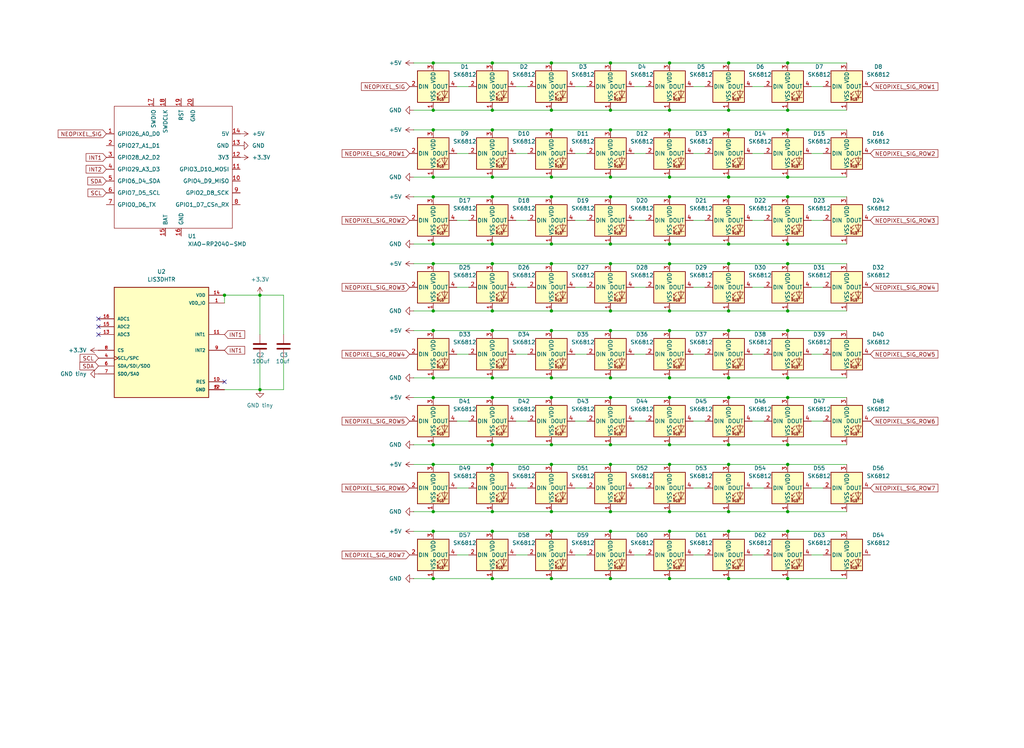
<source format=kicad_sch>
(kicad_sch (version 20250114) (generator "eeschema") (generator_version "9.0")
  (paper "User" 330.2 241.3)
  (title_block (title "PxlBoard Schematic") (rev "v0.1"))
  (junction (at 158.75 121.92))
  (junction (at 158.75 57.15))
  (junction (at 139.7 100.33))
  (junction (at 254 186.69))
  (junction (at 215.9 41.91))
  (junction (at 215.9 78.74))
  (junction (at 215.9 121.92))
  (junction (at 177.8 57.15))
  (junction (at 158.75 20.32))
  (junction (at 215.9 35.56))
  (junction (at 196.85 121.92))
  (junction (at 177.8 20.32))
  (junction (at 158.75 186.69))
  (junction (at 196.85 57.15))
  (junction (at 254 63.5))
  (junction (at 254 143.51))
  (junction (at 234.95 57.15))
  (junction (at 196.85 35.56))
  (junction (at 139.7 57.15))
  (junction (at 234.95 165.1))
  (junction (at 139.7 186.69))
  (junction (at 196.85 100.33))
  (junction (at 196.85 143.51))
  (junction (at 234.95 85.09))
  (junction (at 177.8 41.91))
  (junction (at 196.85 85.09))
  (junction (at 234.95 149.86))
  (junction (at 215.9 149.86))
  (junction (at 72.39 95.25))
  (junction (at 196.85 20.32))
  (junction (at 234.95 121.92))
  (junction (at 234.95 143.51))
  (junction (at 139.7 165.1))
  (junction (at 158.75 149.86))
  (junction (at 215.9 143.51))
  (junction (at 196.85 149.86))
  (junction (at 215.9 57.15))
  (junction (at 158.75 100.33))
  (junction (at 254 85.09))
  (junction (at 215.9 186.69))
  (junction (at 234.95 106.68))
  (junction (at 139.7 78.74))
  (junction (at 177.8 121.92))
  (junction (at 158.75 128.27))
  (junction (at 234.95 63.5))
  (junction (at 139.7 85.09))
  (junction (at 234.95 35.56))
  (junction (at 254 41.91))
  (junction (at 196.85 171.45))
  (junction (at 158.75 63.5))
  (junction (at 177.8 171.45))
  (junction (at 139.7 63.5))
  (junction (at 196.85 78.74))
  (junction (at 177.8 63.5))
  (junction (at 83.82 95.25))
  (junction (at 139.7 20.32))
  (junction (at 158.75 78.74))
  (junction (at 254 121.92))
  (junction (at 158.75 85.09))
  (junction (at 254 106.68))
  (junction (at 254 35.56))
  (junction (at 215.9 106.68))
  (junction (at 254 165.1))
  (junction (at 139.7 121.92))
  (junction (at 215.9 85.09))
  (junction (at 215.9 63.5))
  (junction (at 215.9 171.45))
  (junction (at 177.8 100.33))
  (junction (at 177.8 85.09))
  (junction (at 215.9 128.27))
  (junction (at 139.7 41.91))
  (junction (at 177.8 143.51))
  (junction (at 234.95 128.27))
  (junction (at 139.7 35.56))
  (junction (at 254 171.45))
  (junction (at 177.8 165.1))
  (junction (at 177.8 149.86))
  (junction (at 254 100.33))
  (junction (at 158.75 106.68))
  (junction (at 254 78.74))
  (junction (at 234.95 20.32))
  (junction (at 196.85 128.27))
  (junction (at 234.95 100.33))
  (junction (at 196.85 41.91))
  (junction (at 139.7 128.27))
  (junction (at 83.82 125.73))
  (junction (at 215.9 20.32))
  (junction (at 177.8 128.27))
  (junction (at 177.8 186.69))
  (junction (at 139.7 149.86))
  (junction (at 234.95 186.69))
  (junction (at 196.85 106.68))
  (junction (at 196.85 165.1))
  (junction (at 177.8 78.74))
  (junction (at 196.85 186.69))
  (junction (at 196.85 63.5))
  (junction (at 158.75 35.56))
  (junction (at 158.75 165.1))
  (junction (at 215.9 100.33))
  (junction (at 254 20.32))
  (junction (at 177.8 35.56))
  (junction (at 177.8 106.68))
  (junction (at 254 149.86))
  (junction (at 254 128.27))
  (junction (at 139.7 171.45))
  (junction (at 139.7 143.51))
  (junction (at 215.9 165.1))
  (junction (at 139.7 106.68))
  (junction (at 254 57.15))
  (junction (at 158.75 41.91))
  (junction (at 234.95 78.74))
  (junction (at 234.95 41.91))
  (junction (at 158.75 171.45))
  (junction (at 158.75 143.51))
  (junction (at 234.95 171.45))
  (no_connect (at 72.39 123.19))
  (no_connect (at 31.75 105.41))
  (no_connect (at 31.75 102.87))
  (no_connect (at 31.75 107.95))
  (wire (pts (xy 158.75 143.51) (xy 177.8 143.51)))
  (wire (pts (xy 254 143.51) (xy 273.05 143.51)))
  (wire (pts (xy 185.42 114.3) (xy 189.23 114.3)))
  (wire (pts (xy 215.9 41.91) (xy 234.95 41.91)))
  (wire (pts (xy 215.9 63.5) (xy 234.95 63.5)))
  (wire (pts (xy 204.47 27.94) (xy 208.28 27.94)))
  (wire (pts (xy 177.8 100.33) (xy 196.85 100.33)))
  (wire (pts (xy 158.75 85.09) (xy 177.8 85.09)))
  (wire (pts (xy 158.75 63.5) (xy 177.8 63.5)))
  (wire (pts (xy 158.75 186.69) (xy 177.8 186.69)))
  (wire (pts (xy 147.32 27.94) (xy 151.13 27.94)))
  (wire (pts (xy 185.42 157.48) (xy 189.23 157.48)))
  (wire (pts (xy 133.35 41.91) (xy 139.7 41.91)))
  (wire (pts (xy 215.9 100.33) (xy 234.95 100.33)))
  (wire (pts (xy 254 41.91) (xy 273.05 41.91)))
  (wire (pts (xy 234.95 171.45) (xy 254 171.45)))
  (wire (pts (xy 177.8 106.68) (xy 196.85 106.68)))
  (wire (pts (xy 204.47 179.07) (xy 208.28 179.07)))
  (wire (pts (xy 254 186.69) (xy 273.05 186.69)))
  (wire (pts (xy 139.7 121.92) (xy 158.75 121.92)))
  (wire (pts (xy 185.42 27.94) (xy 189.23 27.94)))
  (wire (pts (xy 254 63.5) (xy 273.05 63.5)))
  (wire (pts (xy 158.75 128.27) (xy 177.8 128.27)))
  (wire (pts (xy 242.57 49.53) (xy 246.38 49.53)))
  (wire (pts (xy 177.8 171.45) (xy 196.85 171.45)))
  (wire (pts (xy 72.39 95.25) (xy 72.39 97.79)))
  (wire (pts (xy 254 171.45) (xy 273.05 171.45)))
  (wire (pts (xy 215.9 149.86) (xy 234.95 149.86)))
  (wire (pts (xy 158.75 100.33) (xy 177.8 100.33)))
  (wire (pts (xy 166.37 179.07) (xy 170.18 179.07)))
  (wire (pts (xy 242.57 92.71) (xy 246.38 92.71)))
  (wire (pts (xy 139.7 35.56) (xy 158.75 35.56)))
  (wire (pts (xy 223.52 114.3) (xy 227.33 114.3)))
  (wire (pts (xy 177.8 149.86) (xy 196.85 149.86)))
  (wire (pts (xy 254 78.74) (xy 273.05 78.74)))
  (wire (pts (xy 234.95 35.56) (xy 254 35.56)))
  (wire (pts (xy 196.85 20.32) (xy 215.9 20.32)))
  (wire (pts (xy 139.7 100.33) (xy 158.75 100.33)))
  (wire (pts (xy 147.32 92.71) (xy 151.13 92.71)))
  (wire (pts (xy 72.39 95.25) (xy 83.82 95.25)))
  (wire (pts (xy 139.7 165.1) (xy 158.75 165.1)))
  (wire (pts (xy 254 85.09) (xy 273.05 85.09)))
  (wire (pts (xy 234.95 149.86) (xy 254 149.86)))
  (wire (pts (xy 139.7 63.5) (xy 158.75 63.5)))
  (wire (pts (xy 166.37 27.94) (xy 170.18 27.94)))
  (wire (pts (xy 261.62 49.53) (xy 265.43 49.53)))
  (wire (pts (xy 147.32 114.3) (xy 151.13 114.3)))
  (wire (pts (xy 196.85 149.86) (xy 215.9 149.86)))
  (wire (pts (xy 177.8 186.69) (xy 196.85 186.69)))
  (wire (pts (xy 223.52 157.48) (xy 227.33 157.48)))
  (wire (pts (xy 147.32 49.53) (xy 151.13 49.53)))
  (wire (pts (xy 242.57 71.12) (xy 246.38 71.12)))
  (wire (pts (xy 177.8 20.32) (xy 196.85 20.32)))
  (wire (pts (xy 196.85 35.56) (xy 215.9 35.56)))
  (wire (pts (xy 242.57 114.3) (xy 246.38 114.3)))
  (wire (pts (xy 204.47 114.3) (xy 208.28 114.3)))
  (wire (pts (xy 139.7 171.45) (xy 158.75 171.45)))
  (wire (pts (xy 254 128.27) (xy 273.05 128.27)))
  (wire (pts (xy 215.9 20.32) (xy 234.95 20.32)))
  (wire (pts (xy 166.37 71.12) (xy 170.18 71.12)))
  (wire (pts (xy 133.35 106.68) (xy 139.7 106.68)))
  (wire (pts (xy 133.35 171.45) (xy 139.7 171.45)))
  (wire (pts (xy 215.9 128.27) (xy 234.95 128.27)))
  (wire (pts (xy 261.62 179.07) (xy 265.43 179.07)))
  (wire (pts (xy 147.32 71.12) (xy 151.13 71.12)))
  (wire (pts (xy 177.8 41.91) (xy 196.85 41.91)))
  (wire (pts (xy 166.37 49.53) (xy 170.18 49.53)))
  (wire (pts (xy 254 106.68) (xy 273.05 106.68)))
  (wire (pts (xy 254 35.56) (xy 273.05 35.56)))
  (wire (pts (xy 223.52 92.71) (xy 227.33 92.71)))
  (wire (pts (xy 133.35 149.86) (xy 139.7 149.86)))
  (wire (pts (xy 196.85 41.91) (xy 215.9 41.91)))
  (wire (pts (xy 223.52 49.53) (xy 227.33 49.53)))
  (wire (pts (xy 234.95 20.32) (xy 254 20.32)))
  (wire (pts (xy 158.75 57.15) (xy 177.8 57.15)))
  (wire (pts (xy 254 165.1) (xy 273.05 165.1)))
  (wire (pts (xy 196.85 78.74) (xy 215.9 78.74)))
  (wire (pts (xy 196.85 57.15) (xy 215.9 57.15)))
  (wire (pts (xy 234.95 41.91) (xy 254 41.91)))
  (wire (pts (xy 196.85 100.33) (xy 215.9 100.33)))
  (wire (pts (xy 204.47 157.48) (xy 208.28 157.48)))
  (wire (pts (xy 133.35 78.74) (xy 139.7 78.74)))
  (wire (pts (xy 234.95 143.51) (xy 254 143.51)))
  (wire (pts (xy 204.47 49.53) (xy 208.28 49.53)))
  (wire (pts (xy 139.7 57.15) (xy 158.75 57.15)))
  (wire (pts (xy 185.42 49.53) (xy 189.23 49.53)))
  (wire (pts (xy 234.95 186.69) (xy 254 186.69)))
  (wire (pts (xy 83.82 95.25) (xy 91.44 95.25)))
  (wire (pts (xy 139.7 128.27) (xy 158.75 128.27)))
  (wire (pts (xy 133.35 100.33) (xy 139.7 100.33)))
  (wire (pts (xy 166.37 157.48) (xy 170.18 157.48)))
  (wire (pts (xy 215.9 121.92) (xy 234.95 121.92)))
  (wire (pts (xy 215.9 78.74) (xy 234.95 78.74)))
  (wire (pts (xy 91.44 125.73) (xy 83.82 125.73)))
  (wire (pts (xy 91.44 115.57) (xy 91.44 125.73)))
  (wire (pts (xy 234.95 78.74) (xy 254 78.74)))
  (wire (pts (xy 204.47 71.12) (xy 208.28 71.12)))
  (wire (pts (xy 261.62 114.3) (xy 265.43 114.3)))
  (wire (pts (xy 196.85 171.45) (xy 215.9 171.45)))
  (wire (pts (xy 139.7 186.69) (xy 158.75 186.69)))
  (wire (pts (xy 166.37 92.71) (xy 170.18 92.71)))
  (wire (pts (xy 254 121.92) (xy 273.05 121.92)))
  (wire (pts (xy 147.32 157.48) (xy 151.13 157.48)))
  (wire (pts (xy 215.9 171.45) (xy 234.95 171.45)))
  (wire (pts (xy 83.82 125.73) (xy 83.82 115.57)))
  (wire (pts (xy 133.35 165.1) (xy 139.7 165.1)))
  (wire (pts (xy 185.42 71.12) (xy 189.23 71.12)))
  (wire (pts (xy 185.42 135.89) (xy 189.23 135.89)))
  (wire (pts (xy 139.7 78.74) (xy 158.75 78.74)))
  (wire (pts (xy 133.35 35.56) (xy 139.7 35.56)))
  (wire (pts (xy 242.57 157.48) (xy 246.38 157.48)))
  (wire (pts (xy 139.7 149.86) (xy 158.75 149.86)))
  (wire (pts (xy 196.85 121.92) (xy 215.9 121.92)))
  (wire (pts (xy 223.52 135.89) (xy 227.33 135.89)))
  (wire (pts (xy 196.85 85.09) (xy 215.9 85.09)))
  (wire (pts (xy 234.95 100.33) (xy 254 100.33)))
  (wire (pts (xy 158.75 41.91) (xy 177.8 41.91)))
  (wire (pts (xy 91.44 95.25) (xy 91.44 107.95)))
  (wire (pts (xy 234.95 128.27) (xy 254 128.27)))
  (wire (pts (xy 139.7 85.09) (xy 158.75 85.09)))
  (wire (pts (xy 133.35 85.09) (xy 139.7 85.09)))
  (wire (pts (xy 215.9 143.51) (xy 234.95 143.51)))
  (wire (pts (xy 133.35 186.69) (xy 139.7 186.69)))
  (wire (pts (xy 215.9 85.09) (xy 234.95 85.09)))
  (wire (pts (xy 133.35 121.92) (xy 139.7 121.92)))
  (wire (pts (xy 215.9 186.69) (xy 234.95 186.69)))
  (wire (pts (xy 242.57 179.07) (xy 246.38 179.07)))
  (wire (pts (xy 158.75 165.1) (xy 177.8 165.1)))
  (wire (pts (xy 177.8 121.92) (xy 196.85 121.92)))
  (wire (pts (xy 139.7 143.51) (xy 158.75 143.51)))
  (wire (pts (xy 242.57 27.94) (xy 246.38 27.94)))
  (wire (pts (xy 196.85 165.1) (xy 215.9 165.1)))
  (wire (pts (xy 223.52 27.94) (xy 227.33 27.94)))
  (wire (pts (xy 147.32 135.89) (xy 151.13 135.89)))
  (wire (pts (xy 234.95 57.15) (xy 254 57.15)))
  (wire (pts (xy 261.62 157.48) (xy 265.43 157.48)))
  (wire (pts (xy 72.39 125.73) (xy 83.82 125.73)))
  (wire (pts (xy 254 100.33) (xy 273.05 100.33)))
  (wire (pts (xy 223.52 71.12) (xy 227.33 71.12)))
  (wire (pts (xy 196.85 186.69) (xy 215.9 186.69)))
  (wire (pts (xy 254 149.86) (xy 273.05 149.86)))
  (wire (pts (xy 215.9 106.68) (xy 234.95 106.68)))
  (wire (pts (xy 215.9 35.56) (xy 234.95 35.56)))
  (wire (pts (xy 177.8 63.5) (xy 196.85 63.5)))
  (wire (pts (xy 158.75 171.45) (xy 177.8 171.45)))
  (wire (pts (xy 254 20.32) (xy 273.05 20.32)))
  (wire (pts (xy 158.75 35.56) (xy 177.8 35.56)))
  (wire (pts (xy 234.95 85.09) (xy 254 85.09)))
  (wire (pts (xy 133.35 57.15) (xy 139.7 57.15)))
  (wire (pts (xy 133.35 128.27) (xy 139.7 128.27)))
  (wire (pts (xy 139.7 20.32) (xy 158.75 20.32)))
  (wire (pts (xy 177.8 165.1) (xy 196.85 165.1)))
  (wire (pts (xy 234.95 106.68) (xy 254 106.68)))
  (wire (pts (xy 133.35 143.51) (xy 139.7 143.51)))
  (wire (pts (xy 215.9 57.15) (xy 234.95 57.15)))
  (wire (pts (xy 147.32 179.07) (xy 151.13 179.07)))
  (wire (pts (xy 158.75 121.92) (xy 177.8 121.92)))
  (wire (pts (xy 185.42 92.71) (xy 189.23 92.71)))
  (wire (pts (xy 158.75 78.74) (xy 177.8 78.74)))
  (wire (pts (xy 215.9 165.1) (xy 234.95 165.1)))
  (wire (pts (xy 261.62 71.12) (xy 265.43 71.12)))
  (wire (pts (xy 177.8 128.27) (xy 196.85 128.27)))
  (wire (pts (xy 196.85 128.27) (xy 215.9 128.27)))
  (wire (pts (xy 166.37 135.89) (xy 170.18 135.89)))
  (wire (pts (xy 223.52 179.07) (xy 227.33 179.07)))
  (wire (pts (xy 166.37 114.3) (xy 170.18 114.3)))
  (wire (pts (xy 204.47 135.89) (xy 208.28 135.89)))
  (wire (pts (xy 158.75 106.68) (xy 177.8 106.68)))
  (wire (pts (xy 83.82 95.25) (xy 83.82 107.95)))
  (wire (pts (xy 158.75 20.32) (xy 177.8 20.32)))
  (wire (pts (xy 196.85 143.51) (xy 215.9 143.51)))
  (wire (pts (xy 261.62 27.94) (xy 265.43 27.94)))
  (wire (pts (xy 133.35 20.32) (xy 139.7 20.32)))
  (wire (pts (xy 177.8 57.15) (xy 196.85 57.15)))
  (wire (pts (xy 204.47 92.71) (xy 208.28 92.71)))
  (wire (pts (xy 139.7 41.91) (xy 158.75 41.91)))
  (wire (pts (xy 196.85 106.68) (xy 215.9 106.68)))
  (wire (pts (xy 261.62 92.71) (xy 265.43 92.71)))
  (wire (pts (xy 196.85 63.5) (xy 215.9 63.5)))
  (wire (pts (xy 177.8 35.56) (xy 196.85 35.56)))
  (wire (pts (xy 158.75 149.86) (xy 177.8 149.86)))
  (wire (pts (xy 242.57 135.89) (xy 246.38 135.89)))
  (wire (pts (xy 177.8 78.74) (xy 196.85 78.74)))
  (wire (pts (xy 234.95 121.92) (xy 254 121.92)))
  (wire (pts (xy 234.95 165.1) (xy 254 165.1)))
  (wire (pts (xy 139.7 106.68) (xy 158.75 106.68)))
  (wire (pts (xy 185.42 179.07) (xy 189.23 179.07)))
  (wire (pts (xy 133.35 63.5) (xy 139.7 63.5)))
  (wire (pts (xy 234.95 63.5) (xy 254 63.5)))
  (wire (pts (xy 177.8 85.09) (xy 196.85 85.09)))
  (wire (pts (xy 261.62 135.89) (xy 265.43 135.89)))
  (wire (pts (xy 177.8 143.51) (xy 196.85 143.51)))
  (wire (pts (xy 254 57.15) (xy 273.05 57.15)))
  (global_label "NEOPIXEL_SIG_ROW3" (shape input) (at 280.67 71.12 0) (property "Intersheetrefs" "${INTERSHEET_REFS}" (effects (hide yes))))
  (global_label "SDA" (shape input) (at 31.75 118.11 180) (property "Intersheetrefs" "${INTERSHEET_REFS}" (effects (hide yes))))
  (global_label "NEOPIXEL_SIG_ROW4" (shape input) (at 132.08 114.3 180) (property "Intersheetrefs" "${INTERSHEET_REFS}" (effects (hide yes))))
  (global_label "SCL" (shape input) (at 31.75 115.57 180) (property "Intersheetrefs" "${INTERSHEET_REFS}" (effects (hide yes))))
  (global_label "NEOPIXEL_SIG_ROW6" (shape input) (at 280.67 135.89 0) (property "Intersheetrefs" "${INTERSHEET_REFS}" (effects (hide yes))))
  (global_label "NEOPIXEL_SIG_ROW4" (shape input) (at 280.67 92.71 0) (property "Intersheetrefs" "${INTERSHEET_REFS}" (effects (hide yes))))
  (global_label "INT2" (shape input) (at 34.29 54.61 180) (property "Intersheetrefs" "${INTERSHEET_REFS}" (effects (hide yes))))
  (global_label "NEOPIXEL_SIG_ROW7" (shape input) (at 280.67 157.48 0) (property "Intersheetrefs" "${INTERSHEET_REFS}" (effects (hide yes))))
  (global_label "INT1" (shape input) (at 34.29 50.8 180) (property "Intersheetrefs" "${INTERSHEET_REFS}" (effects (hide yes))))
  (global_label "NEOPIXEL_SIG_ROW2" (shape input) (at 280.67 49.53 0) (property "Intersheetrefs" "${INTERSHEET_REFS}" (effects (hide yes))))
  (global_label "NEOPIXEL_SIG_ROW6" (shape input) (at 132.08 157.48 180) (property "Intersheetrefs" "${INTERSHEET_REFS}" (effects (hide yes))))
  (global_label "INT1" (shape input) (at 72.39 107.95 0) (property "Intersheetrefs" "${INTERSHEET_REFS}" (effects (hide yes))))
  (global_label "NEOPIXEL_SIG_ROW7" (shape input) (at 132.08 179.07 180) (property "Intersheetrefs" "${INTERSHEET_REFS}" (effects (hide yes))))
  (global_label "NEOPIXEL_SIG" (shape input) (at 34.29 43.18 180) (property "Intersheetrefs" "${INTERSHEET_REFS}" (effects (hide yes))))
  (global_label "NEOPIXEL_SIG_ROW5" (shape input) (at 132.08 135.89 180) (property "Intersheetrefs" "${INTERSHEET_REFS}" (effects (hide yes))))
  (global_label "INT1" (shape input) (at 72.39 113.03 0) (property "Intersheetrefs" "${INTERSHEET_REFS}" (effects (hide yes))))
  (global_label "NEOPIXEL_SIG_ROW1" (shape input) (at 280.67 27.94 0) (property "Intersheetrefs" "${INTERSHEET_REFS}" (effects (hide yes))))
  (global_label "NEOPIXEL_SIG_ROW5" (shape input) (at 280.67 114.3 0) (property "Intersheetrefs" "${INTERSHEET_REFS}" (effects (hide yes))))
  (global_label "SDA" (shape input) (at 34.29 58.42 180) (property "Intersheetrefs" "${INTERSHEET_REFS}" (effects (hide yes))))
  (global_label "NEOPIXEL_SIG_ROW3" (shape input) (at 132.08 92.71 180) (property "Intersheetrefs" "${INTERSHEET_REFS}" (effects (hide yes))))
  (global_label "NEOPIXEL_SIG" (shape input) (at 132.08 27.94 180) (property "Intersheetrefs" "${INTERSHEET_REFS}" (effects (hide yes))))
  (global_label "NEOPIXEL_SIG_ROW1" (shape input) (at 132.08 49.53 180) (property "Intersheetrefs" "${INTERSHEET_REFS}" (effects (hide yes))))
  (global_label "SCL" (shape input) (at 34.29 62.23 180) (property "Intersheetrefs" "${INTERSHEET_REFS}" (effects (hide yes))))
  (global_label "NEOPIXEL_SIG_ROW2" (shape input) (at 132.08 71.12 180) (property "Intersheetrefs" "${INTERSHEET_REFS}" (effects (hide yes))))
  (symbol (lib_id "LED:SK6812") (at 215.9 114.3 0) (unit 1)
    (property "Reference" "D37" (at 226.06 107.8798 0))
    (property "Value" "SK6812" (at 226.06 110.4198 0))
    (property "Footprint" "LED_SMD:LED_SK6812_PLCC4_5.0x5.0mm_P3.2mm" (effects (hide yes)))
    (property "Datasheet" "https://cdn-shop.adafruit.com/product-files/1138/SK6812+LED+datasheet+.pdf" (effects (hide yes)))
    (property "Description" "RGB LED with integrated controller" (effects (hide yes)))
  )
  (symbol (lib_id "LED:SK6812") (at 254 157.48 0) (unit 1)
    (property "Reference" "D55" (at 264.16 151.0598 0))
    (property "Value" "SK6812" (at 264.16 153.5998 0))
    (property "Footprint" "LED_SMD:LED_SK6812_PLCC4_5.0x5.0mm_P3.2mm" (effects (hide yes)))
    (property "Datasheet" "https://cdn-shop.adafruit.com/product-files/1138/SK6812+LED+datasheet+.pdf" (effects (hide yes)))
    (property "Description" "RGB LED with integrated controller" (effects (hide yes)))
  )
  (symbol (lib_id "LED:SK6812") (at 196.85 27.94 0) (unit 1)
    (property "Reference" "D4" (at 207.01 21.5198 0))
    (property "Value" "SK6812" (at 207.01 24.0598 0))
    (property "Footprint" "LED_SMD:LED_SK6812_PLCC4_5.0x5.0mm_P3.2mm" (effects (hide yes)))
    (property "Datasheet" "https://cdn-shop.adafruit.com/product-files/1138/SK6812+LED+datasheet+.pdf" (effects (hide yes)))
    (property "Description" "RGB LED with integrated controller" (effects (hide yes)))
  )
  (symbol (lib_id "LED:SK6812") (at 215.9 179.07 0) (unit 1)
    (property "Reference" "D61" (at 226.06 172.6498 0))
    (property "Value" "SK6812" (at 226.06 175.1898 0))
    (property "Footprint" "LED_SMD:LED_SK6812_PLCC4_5.0x5.0mm_P3.2mm" (effects (hide yes)))
    (property "Datasheet" "https://cdn-shop.adafruit.com/product-files/1138/SK6812+LED+datasheet+.pdf" (effects (hide yes)))
    (property "Description" "RGB LED with integrated controller" (effects (hide yes)))
  )
  (symbol (lib_id "power:GND") (at 31.75 120.65 270) (unit 1)
    (property "Reference" "#PWR019" (effects (hide yes)))
    (property "Value" "GND tiny" (at 27.94 120.6499 90) (effects (justify right)))
    (property "Description" "Power symbol creates a global label with name \"GND\" , ground" (effects (hide yes)))
  )
  (symbol (lib_id "power:GND") (at 133.35 186.69 270) (unit 1)
    (property "Reference" "#PWR023" (effects (hide yes)))
    (property "Value" "GND" (at 129.54 186.6899 90) (effects (justify right)))
    (property "Description" "Power symbol creates a global label with name \"GND\" , ground" (effects (hide yes)))
  )
  (symbol (lib_id "LED:SK6812") (at 234.95 114.3 0) (unit 1)
    (property "Reference" "D38" (at 245.11 107.8798 0))
    (property "Value" "SK6812" (at 245.11 110.4198 0))
    (property "Footprint" "LED_SMD:LED_SK6812_PLCC4_5.0x5.0mm_P3.2mm" (effects (hide yes)))
    (property "Datasheet" "https://cdn-shop.adafruit.com/product-files/1138/SK6812+LED+datasheet+.pdf" (effects (hide yes)))
    (property "Description" "RGB LED with integrated controller" (effects (hide yes)))
  )
  (symbol (lib_id "power:GND") (at 133.35 78.74 270) (unit 1)
    (property "Reference" "#PWR010" (effects (hide yes)))
    (property "Value" "GND" (at 129.54 78.7399 90) (effects (justify right)))
    (property "Description" "Power symbol creates a global label with name \"GND\" , ground" (effects (hide yes)))
  )
  (symbol (lib_id "LED:SK6812") (at 196.85 157.48 0) (unit 1)
    (property "Reference" "D52" (at 207.01 151.0598 0))
    (property "Value" "SK6812" (at 207.01 153.5998 0))
    (property "Footprint" "LED_SMD:LED_SK6812_PLCC4_5.0x5.0mm_P3.2mm" (effects (hide yes)))
    (property "Datasheet" "https://cdn-shop.adafruit.com/product-files/1138/SK6812+LED+datasheet+.pdf" (effects (hide yes)))
    (property "Description" "RGB LED with integrated controller" (effects (hide yes)))
  )
  (symbol (lib_id "LED:SK6812") (at 177.8 92.71 0) (unit 1)
    (property "Reference" "D27" (at 187.96 86.2898 0))
    (property "Value" "SK6812" (at 187.96 88.8298 0))
    (property "Footprint" "LED_SMD:LED_SK6812_PLCC4_5.0x5.0mm_P3.2mm" (effects (hide yes)))
    (property "Datasheet" "https://cdn-shop.adafruit.com/product-files/1138/SK6812+LED+datasheet+.pdf" (effects (hide yes)))
    (property "Description" "RGB LED with integrated controller" (effects (hide yes)))
  )
  (symbol (lib_id "LED:SK6812") (at 158.75 179.07 0) (unit 1)
    (property "Reference" "D58" (at 168.91 172.6498 0))
    (property "Value" "SK6812" (at 168.91 175.1898 0))
    (property "Footprint" "LED_SMD:LED_SK6812_PLCC4_5.0x5.0mm_P3.2mm" (effects (hide yes)))
    (property "Datasheet" "https://cdn-shop.adafruit.com/product-files/1138/SK6812+LED+datasheet+.pdf" (effects (hide yes)))
    (property "Description" "RGB LED with integrated controller" (effects (hide yes)))
  )
  (symbol (lib_id "Seeed_Studio_XIAO_Series:XIAO-RP2040-SMD") (at 55.88 54.61 0) (unit 1)
    (property "Reference" "U1" (at 60.5633 76.2 0) (effects (justify left)))
    (property "Value" "XIAO-RP2040-SMD" (at 60.5633 78.74 0) (effects (justify left)))
    (property "Footprint" "lib:XIAO-RP2040-SMD" (effects (hide yes)))
  )
  (symbol (lib_id "LED:SK6812") (at 177.8 157.48 0) (unit 1)
    (property "Reference" "D51" (at 187.96 151.0598 0))
    (property "Value" "SK6812" (at 187.96 153.5998 0))
    (property "Footprint" "LED_SMD:LED_SK6812_PLCC4_5.0x5.0mm_P3.2mm" (effects (hide yes)))
    (property "Datasheet" "https://cdn-shop.adafruit.com/product-files/1138/SK6812+LED+datasheet+.pdf" (effects (hide yes)))
    (property "Description" "RGB LED with integrated controller" (effects (hide yes)))
  )
  (symbol (lib_id "LED:SK6812") (at 158.75 27.94 0) (unit 1)
    (property "Reference" "D2" (at 168.91 21.5198 0))
    (property "Value" "SK6812" (at 168.91 24.0598 0))
    (property "Footprint" "LED_SMD:LED_SK6812_PLCC4_5.0x5.0mm_P3.2mm" (effects (hide yes)))
    (property "Datasheet" "https://cdn-shop.adafruit.com/product-files/1138/SK6812+LED+datasheet+.pdf" (effects (hide yes)))
    (property "Description" "RGB LED with integrated controller" (effects (hide yes)))
  )
  (symbol (lib_id "Device:C") (at 91.44 111.76 0) (unit 1)
    (property "Reference" "C3" (at 90.17 114.554 0) (effects (justify left)))
    (property "Value" "10uf" (at 88.9 116.586 0) (effects (justify left)))
    (property "Footprint" "Capacitor_SMD:C_0402_1005Metric_Pad0.74x0.62mm_HandSolder" (effects (hide yes)))
    (property "Description" "Unpolarized capacitor" (effects (hide yes)))
  )
  (symbol (lib_id "LED:SK6812") (at 158.75 135.89 0) (unit 1)
    (property "Reference" "D42" (at 168.91 129.4698 0))
    (property "Value" "SK6812" (at 168.91 132.0098 0))
    (property "Footprint" "LED_SMD:LED_SK6812_PLCC4_5.0x5.0mm_P3.2mm" (effects (hide yes)))
    (property "Datasheet" "https://cdn-shop.adafruit.com/product-files/1138/SK6812+LED+datasheet+.pdf" (effects (hide yes)))
    (property "Description" "RGB LED with integrated controller" (effects (hide yes)))
  )
  (symbol (lib_id "LED:SK6812") (at 139.7 157.48 0) (unit 1)
    (property "Reference" "D49" (at 149.86 151.0598 0))
    (property "Value" "SK6812" (at 149.86 153.5998 0))
    (property "Footprint" "LED_SMD:LED_SK6812_PLCC4_5.0x5.0mm_P3.2mm" (effects (hide yes)))
    (property "Datasheet" "https://cdn-shop.adafruit.com/product-files/1138/SK6812+LED+datasheet+.pdf" (effects (hide yes)))
    (property "Description" "RGB LED with integrated controller" (effects (hide yes)))
  )
  (symbol (lib_id "power:GND") (at 133.35 143.51 270) (unit 1)
    (property "Reference" "#PWR014" (effects (hide yes)))
    (property "Value" "GND" (at 129.54 143.5099 90) (effects (justify right)))
    (property "Description" "Power symbol creates a global label with name \"GND\" , ground" (effects (hide yes)))
  )
  (symbol (lib_id "LED:SK6812") (at 273.05 179.07 0) (unit 1)
    (property "Reference" "D64" (at 283.21 172.6498 0))
    (property "Value" "SK6812" (at 283.21 175.1898 0))
    (property "Footprint" "LED_SMD:LED_SK6812_PLCC4_5.0x5.0mm_P3.2mm" (effects (hide yes)))
    (property "Datasheet" "https://cdn-shop.adafruit.com/product-files/1138/SK6812+LED+datasheet+.pdf" (effects (hide yes)))
    (property "Description" "RGB LED with integrated controller" (effects (hide yes)))
  )
  (symbol (lib_id "power:+5V") (at 133.35 20.32 90) (unit 1)
    (property "Reference" "#PWR03" (effects (hide yes)))
    (property "Value" "+5V" (at 129.54 20.3199 90) (effects (justify left)))
    (property "Description" "Power symbol creates a global label with name \"+5V\"" (effects (hide yes)))
  )
  (symbol (lib_id "LED:SK6812") (at 139.7 135.89 0) (unit 1)
    (property "Reference" "D41" (at 149.86 129.4698 0))
    (property "Value" "SK6812" (at 149.86 132.0098 0))
    (property "Footprint" "LED_SMD:LED_SK6812_PLCC4_5.0x5.0mm_P3.2mm" (effects (hide yes)))
    (property "Datasheet" "https://cdn-shop.adafruit.com/product-files/1138/SK6812+LED+datasheet+.pdf" (effects (hide yes)))
    (property "Description" "RGB LED with integrated controller" (effects (hide yes)))
  )
  (symbol (lib_id "LED:SK6812") (at 254 135.89 0) (unit 1)
    (property "Reference" "D47" (at 264.16 129.4698 0))
    (property "Value" "SK6812" (at 264.16 132.0098 0))
    (property "Footprint" "LED_SMD:LED_SK6812_PLCC4_5.0x5.0mm_P3.2mm" (effects (hide yes)))
    (property "Datasheet" "https://cdn-shop.adafruit.com/product-files/1138/SK6812+LED+datasheet+.pdf" (effects (hide yes)))
    (property "Description" "RGB LED with integrated controller" (effects (hide yes)))
  )
  (symbol (lib_id "LED:SK6812") (at 254 49.53 0) (unit 1)
    (property "Reference" "D15" (at 264.16 43.1098 0))
    (property "Value" "SK6812" (at 264.16 45.6498 0))
    (property "Footprint" "LED_SMD:LED_SK6812_PLCC4_5.0x5.0mm_P3.2mm" (effects (hide yes)))
    (property "Datasheet" "https://cdn-shop.adafruit.com/product-files/1138/SK6812+LED+datasheet+.pdf" (effects (hide yes)))
    (property "Description" "RGB LED with integrated controller" (effects (hide yes)))
  )
  (symbol (lib_id "power:GND") (at 133.35 100.33 270) (unit 1)
    (property "Reference" "#PWR012" (effects (hide yes)))
    (property "Value" "GND" (at 129.54 100.3299 90) (effects (justify right)))
    (property "Description" "Power symbol creates a global label with name \"GND\" , ground" (effects (hide yes)))
  )
  (symbol (lib_id "power:GND") (at 83.82 125.73 0) (unit 1)
    (property "Reference" "#PWR017" (effects (hide yes)))
    (property "Value" "GND tiny" (at 83.82 130.81 0))
    (property "Description" "Power symbol creates a global label with name \"GND\" , ground" (effects (hide yes)))
  )
  (symbol (lib_id "LIS3DHTR:LIS3DHTR") (at 52.07 110.49 0) (unit 1)
    (property "Reference" "U2" (at 52.07 87.63 0))
    (property "Value" "LIS3DHTR" (at 52.07 90.17 0))
    (property "Footprint" "lib:XDCR_LIS3DHTR" (effects (hide yes)))
    (property "DigiKey_Part_Number" "497-10613-2-ND" (effects (hide yes)))
    (property "SnapEDA_Link" "https://www.snapeda.com/parts/LIS3DHTR/STMicroelectronics/view-part/?ref=snap" (effects (hide yes)))
    (property "MAXIMUM_PACKAGE_HEIGHT" "1mm" (effects (hide yes)))
    (property "Package" "LGA-16 STMicroelectronics" (effects (hide yes)))
    (property "Check_prices" "https://www.snapeda.com/parts/LIS3DHTR/STMicroelectronics/view-part/?ref=eda" (effects (hide yes)))
    (property "STANDARD" "Manufacturer Recommendations" (effects (hide yes)))
    (property "PARTREV" "2" (effects (hide yes)))
    (property "MF" "STMicroelectronics" (effects (hide yes)))
    (property "MP" "LIS3DHTR" (effects (hide yes)))
    (property "Description_1" "Accelerometer X, Y, Z Axis ±2g, 4g, 8g, 16g 0.5Hz ~ 625Hz 16-LGA (3x3)" (effects (hide yes)))
    (property "MANUFACTURER" "STMicroelectronics" (effects (hide yes)))
  )
  (symbol (lib_id "LED:SK6812") (at 158.75 114.3 0) (unit 1)
    (property "Reference" "D34" (at 168.91 107.8798 0))
    (property "Value" "SK6812" (at 168.91 110.4198 0))
    (property "Footprint" "LED_SMD:LED_SK6812_PLCC4_5.0x5.0mm_P3.2mm" (effects (hide yes)))
    (property "Datasheet" "https://cdn-shop.adafruit.com/product-files/1138/SK6812+LED+datasheet+.pdf" (effects (hide yes)))
    (property "Description" "RGB LED with integrated controller" (effects (hide yes)))
  )
  (symbol (lib_id "power:GND") (at 133.35 165.1 270) (unit 1)
    (property "Reference" "#PWR021" (effects (hide yes)))
    (property "Value" "GND" (at 129.54 165.0999 90) (effects (justify right)))
    (property "Description" "Power symbol creates a global label with name \"GND\" , ground" (effects (hide yes)))
  )
  (symbol (lib_id "power:+5V") (at 133.35 106.68 90) (unit 1)
    (property "Reference" "#PWR07" (effects (hide yes)))
    (property "Value" "+5V" (at 129.54 106.6799 90) (effects (justify left)))
    (property "Description" "Power symbol creates a global label with name \"+5V\"" (effects (hide yes)))
  )
  (symbol (lib_id "LED:SK6812") (at 196.85 179.07 0) (unit 1)
    (property "Reference" "D60" (at 207.01 172.6498 0))
    (property "Value" "SK6812" (at 207.01 175.1898 0))
    (property "Footprint" "LED_SMD:LED_SK6812_PLCC4_5.0x5.0mm_P3.2mm" (effects (hide yes)))
    (property "Datasheet" "https://cdn-shop.adafruit.com/product-files/1138/SK6812+LED+datasheet+.pdf" (effects (hide yes)))
    (property "Description" "RGB LED with integrated controller" (effects (hide yes)))
  )
  (symbol (lib_id "LED:SK6812") (at 158.75 92.71 0) (unit 1)
    (property "Reference" "D26" (at 168.91 86.2898 0))
    (property "Value" "SK6812" (at 168.91 88.8298 0))
    (property "Footprint" "LED_SMD:LED_SK6812_PLCC4_5.0x5.0mm_P3.2mm" (effects (hide yes)))
    (property "Datasheet" "https://cdn-shop.adafruit.com/product-files/1138/SK6812+LED+datasheet+.pdf" (effects (hide yes)))
    (property "Description" "RGB LED with integrated controller" (effects (hide yes)))
  )
  (symbol (lib_id "LED:SK6812") (at 273.05 49.53 0) (unit 1)
    (property "Reference" "D16" (at 283.21 43.1098 0))
    (property "Value" "SK6812" (at 283.21 45.6498 0))
    (property "Footprint" "LED_SMD:LED_SK6812_PLCC4_5.0x5.0mm_P3.2mm" (effects (hide yes)))
    (property "Datasheet" "https://cdn-shop.adafruit.com/product-files/1138/SK6812+LED+datasheet+.pdf" (effects (hide yes)))
    (property "Description" "RGB LED with integrated controller" (effects (hide yes)))
  )
  (symbol (lib_id "LED:SK6812") (at 215.9 49.53 0) (unit 1)
    (property "Reference" "D13" (at 226.06 43.1098 0))
    (property "Value" "SK6812" (at 226.06 45.6498 0))
    (property "Footprint" "LED_SMD:LED_SK6812_PLCC4_5.0x5.0mm_P3.2mm" (effects (hide yes)))
    (property "Datasheet" "https://cdn-shop.adafruit.com/product-files/1138/SK6812+LED+datasheet+.pdf" (effects (hide yes)))
    (property "Description" "RGB LED with integrated controller" (effects (hide yes)))
  )
  (symbol (lib_id "LED:SK6812") (at 139.7 179.07 0) (unit 1)
    (property "Reference" "D57" (at 149.86 172.6498 0))
    (property "Value" "SK6812" (at 149.86 175.1898 0))
    (property "Footprint" "LED_SMD:LED_SK6812_PLCC4_5.0x5.0mm_P3.2mm" (effects (hide yes)))
    (property "Datasheet" "https://cdn-shop.adafruit.com/product-files/1138/SK6812+LED+datasheet+.pdf" (effects (hide yes)))
    (property "Description" "RGB LED with integrated controller" (effects (hide yes)))
  )
  (symbol (lib_id "LED:SK6812") (at 254 27.94 0) (unit 1)
    (property "Reference" "D7" (at 264.16 21.5198 0))
    (property "Value" "SK6812" (at 264.16 24.0598 0))
    (property "Footprint" "LED_SMD:LED_SK6812_PLCC4_5.0x5.0mm_P3.2mm" (effects (hide yes)))
    (property "Datasheet" "https://cdn-shop.adafruit.com/product-files/1138/SK6812+LED+datasheet+.pdf" (effects (hide yes)))
    (property "Description" "RGB LED with integrated controller" (effects (hide yes)))
  )
  (symbol (lib_id "LED:SK6812") (at 234.95 157.48 0) (unit 1)
    (property "Reference" "D54" (at 245.11 151.0598 0))
    (property "Value" "SK6812" (at 245.11 153.5998 0))
    (property "Footprint" "LED_SMD:LED_SK6812_PLCC4_5.0x5.0mm_P3.2mm" (effects (hide yes)))
    (property "Datasheet" "https://cdn-shop.adafruit.com/product-files/1138/SK6812+LED+datasheet+.pdf" (effects (hide yes)))
    (property "Description" "RGB LED with integrated controller" (effects (hide yes)))
  )
  (symbol (lib_id "LED:SK6812") (at 273.05 92.71 0) (unit 1)
    (property "Reference" "D32" (at 283.21 86.2898 0))
    (property "Value" "SK6812" (at 283.21 88.8298 0))
    (property "Footprint" "LED_SMD:LED_SK6812_PLCC4_5.0x5.0mm_P3.2mm" (effects (hide yes)))
    (property "Datasheet" "https://cdn-shop.adafruit.com/product-files/1138/SK6812+LED+datasheet+.pdf" (effects (hide yes)))
    (property "Description" "RGB LED with integrated controller" (effects (hide yes)))
  )
  (symbol (lib_id "power:+3.3V") (at 31.75 113.03 90) (unit 1)
    (property "Reference" "#PWR018" (effects (hide yes)))
    (property "Value" "+3.3V" (at 27.94 113.0299 90) (effects (justify left)))
    (property "Description" "Power symbol creates a global label with name \"+3.3V\"" (effects (hide yes)))
  )
  (symbol (lib_id "LED:SK6812") (at 273.05 135.89 0) (unit 1)
    (property "Reference" "D48" (at 283.21 129.4698 0))
    (property "Value" "SK6812" (at 283.21 132.0098 0))
    (property "Footprint" "LED_SMD:LED_SK6812_PLCC4_5.0x5.0mm_P3.2mm" (effects (hide yes)))
    (property "Datasheet" "https://cdn-shop.adafruit.com/product-files/1138/SK6812+LED+datasheet+.pdf" (effects (hide yes)))
    (property "Description" "RGB LED with integrated controller" (effects (hide yes)))
  )
  (symbol (lib_id "power:+5V") (at 133.35 63.5 90) (unit 1)
    (property "Reference" "#PWR05" (effects (hide yes)))
    (property "Value" "+5V" (at 129.54 63.4999 90) (effects (justify left)))
    (property "Description" "Power symbol creates a global label with name \"+5V\"" (effects (hide yes)))
  )
  (symbol (lib_id "LED:SK6812") (at 234.95 135.89 0) (unit 1)
    (property "Reference" "D46" (at 245.11 129.4698 0))
    (property "Value" "SK6812" (at 245.11 132.0098 0))
    (property "Footprint" "LED_SMD:LED_SK6812_PLCC4_5.0x5.0mm_P3.2mm" (effects (hide yes)))
    (property "Datasheet" "https://cdn-shop.adafruit.com/product-files/1138/SK6812+LED+datasheet+.pdf" (effects (hide yes)))
    (property "Description" "RGB LED with integrated controller" (effects (hide yes)))
  )
  (symbol (lib_id "LED:SK6812") (at 177.8 114.3 0) (unit 1)
    (property "Reference" "D35" (at 187.96 107.8798 0))
    (property "Value" "SK6812" (at 187.96 110.4198 0))
    (property "Footprint" "LED_SMD:LED_SK6812_PLCC4_5.0x5.0mm_P3.2mm" (effects (hide yes)))
    (property "Datasheet" "https://cdn-shop.adafruit.com/product-files/1138/SK6812+LED+datasheet+.pdf" (effects (hide yes)))
    (property "Description" "RGB LED with integrated controller" (effects (hide yes)))
  )
  (symbol (lib_id "LED:SK6812") (at 177.8 49.53 0) (unit 1)
    (property "Reference" "D11" (at 187.96 43.1098 0))
    (property "Value" "SK6812" (at 187.96 45.6498 0))
    (property "Footprint" "LED_SMD:LED_SK6812_PLCC4_5.0x5.0mm_P3.2mm" (effects (hide yes)))
    (property "Datasheet" "https://cdn-shop.adafruit.com/product-files/1138/SK6812+LED+datasheet+.pdf" (effects (hide yes)))
    (property "Description" "RGB LED with integrated controller" (effects (hide yes)))
  )
  (symbol (lib_id "power:GND") (at 133.35 35.56 270) (unit 1)
    (property "Reference" "#PWR09" (effects (hide yes)))
    (property "Value" "GND" (at 129.54 35.5599 90) (effects (justify right)))
    (property "Description" "Power symbol creates a global label with name \"GND\" , ground" (effects (hide yes)))
  )
  (symbol (lib_id "LED:SK6812") (at 234.95 71.12 0) (unit 1)
    (property "Reference" "D22" (at 245.11 64.6998 0))
    (property "Value" "SK6812" (at 245.11 67.2398 0))
    (property "Footprint" "LED_SMD:LED_SK6812_PLCC4_5.0x5.0mm_P3.2mm" (effects (hide yes)))
    (property "Datasheet" "https://cdn-shop.adafruit.com/product-files/1138/SK6812+LED+datasheet+.pdf" (effects (hide yes)))
    (property "Description" "RGB LED with integrated controller" (effects (hide yes)))
  )
  (symbol (lib_id "power:+5V") (at 133.35 171.45 90) (unit 1)
    (property "Reference" "#PWR022" (effects (hide yes)))
    (property "Value" "+5V" (at 129.54 171.4499 90) (effects (justify left)))
    (property "Description" "Power symbol creates a global label with name \"+5V\"" (effects (hide yes)))
  )
  (symbol (lib_id "LED:SK6812") (at 196.85 135.89 0) (unit 1)
    (property "Reference" "D44" (at 207.01 129.4698 0))
    (property "Value" "SK6812" (at 207.01 132.0098 0))
    (property "Footprint" "LED_SMD:LED_SK6812_PLCC4_5.0x5.0mm_P3.2mm" (effects (hide yes)))
    (property "Datasheet" "https://cdn-shop.adafruit.com/product-files/1138/SK6812+LED+datasheet+.pdf" (effects (hide yes)))
    (property "Description" "RGB LED with integrated controller" (effects (hide yes)))
  )
  (symbol (lib_id "LED:SK6812") (at 177.8 179.07 0) (unit 1)
    (property "Reference" "D59" (at 187.96 172.6498 0))
    (property "Value" "SK6812" (at 187.96 175.1898 0))
    (property "Footprint" "LED_SMD:LED_SK6812_PLCC4_5.0x5.0mm_P3.2mm" (effects (hide yes)))
    (property "Datasheet" "https://cdn-shop.adafruit.com/product-files/1138/SK6812+LED+datasheet+.pdf" (effects (hide yes)))
    (property "Description" "RGB LED with integrated controller" (effects (hide yes)))
  )
  (symbol (lib_id "power:+5V") (at 133.35 149.86 90) (unit 1)
    (property "Reference" "#PWR020" (effects (hide yes)))
    (property "Value" "+5V" (at 129.54 149.8599 90) (effects (justify left)))
    (property "Description" "Power symbol creates a global label with name \"+5V\"" (effects (hide yes)))
  )
  (symbol (lib_id "LED:SK6812") (at 139.7 114.3 0) (unit 1)
    (property "Reference" "D33" (at 149.86 107.8798 0))
    (property "Value" "SK6812" (at 149.86 110.4198 0))
    (property "Footprint" "LED_SMD:LED_SK6812_PLCC4_5.0x5.0mm_P3.2mm" (effects (hide yes)))
    (property "Datasheet" "https://cdn-shop.adafruit.com/product-files/1138/SK6812+LED+datasheet+.pdf" (effects (hide yes)))
    (property "Description" "RGB LED with integrated controller" (effects (hide yes)))
  )
  (symbol (lib_id "power:GND") (at 133.35 121.92 270) (unit 1)
    (property "Reference" "#PWR013" (effects (hide yes)))
    (property "Value" "GND" (at 129.54 121.9199 90) (effects (justify right)))
    (property "Description" "Power symbol creates a global label with name \"GND\" , ground" (effects (hide yes)))
  )
  (symbol (lib_id "power:+5V") (at 133.35 41.91 90) (unit 1)
    (property "Reference" "#PWR04" (effects (hide yes)))
    (property "Value" "+5V" (at 129.54 41.9099 90) (effects (justify left)))
    (property "Description" "Power symbol creates a global label with name \"+5V\"" (effects (hide yes)))
  )
  (symbol (lib_id "LED:SK6812") (at 273.05 27.94 0) (unit 1)
    (property "Reference" "D8" (at 283.21 21.5198 0))
    (property "Value" "SK6812" (at 283.21 24.0598 0))
    (property "Footprint" "LED_SMD:LED_SK6812_PLCC4_5.0x5.0mm_P3.2mm" (effects (hide yes)))
    (property "Datasheet" "https://cdn-shop.adafruit.com/product-files/1138/SK6812+LED+datasheet+.pdf" (effects (hide yes)))
    (property "Description" "RGB LED with integrated controller" (effects (hide yes)))
  )
  (symbol (lib_id "LED:SK6812") (at 234.95 49.53 0) (unit 1)
    (property "Reference" "D14" (at 245.11 43.1098 0))
    (property "Value" "SK6812" (at 245.11 45.6498 0))
    (property "Footprint" "LED_SMD:LED_SK6812_PLCC4_5.0x5.0mm_P3.2mm" (effects (hide yes)))
    (property "Datasheet" "https://cdn-shop.adafruit.com/product-files/1138/SK6812+LED+datasheet+.pdf" (effects (hide yes)))
    (property "Description" "RGB LED with integrated controller" (effects (hide yes)))
  )
  (symbol (lib_id "LED:SK6812") (at 273.05 114.3 0) (unit 1)
    (property "Reference" "D40" (at 283.21 107.8798 0))
    (property "Value" "SK6812" (at 283.21 110.4198 0))
    (property "Footprint" "LED_SMD:LED_SK6812_PLCC4_5.0x5.0mm_P3.2mm" (effects (hide yes)))
    (property "Datasheet" "https://cdn-shop.adafruit.com/product-files/1138/SK6812+LED+datasheet+.pdf" (effects (hide yes)))
    (property "Description" "RGB LED with integrated controller" (effects (hide yes)))
  )
  (symbol (lib_id "LED:SK6812") (at 177.8 71.12 0) (unit 1)
    (property "Reference" "D19" (at 187.96 64.6998 0))
    (property "Value" "SK6812" (at 187.96 67.2398 0))
    (property "Footprint" "LED_SMD:LED_SK6812_PLCC4_5.0x5.0mm_P3.2mm" (effects (hide yes)))
    (property "Datasheet" "https://cdn-shop.adafruit.com/product-files/1138/SK6812+LED+datasheet+.pdf" (effects (hide yes)))
    (property "Description" "RGB LED with integrated controller" (effects (hide yes)))
  )
  (symbol (lib_id "power:+3.3V") (at 77.47 50.8 270) (unit 1)
    (property "Reference" "#PWR015" (effects (hide yes)))
    (property "Value" "+3.3V" (at 81.28 50.7999 90) (effects (justify left)))
    (property "Description" "Power symbol creates a global label with name \"+3.3V\"" (effects (hide yes)))
  )
  (symbol (lib_id "LED:SK6812") (at 254 179.07 0) (unit 1)
    (property "Reference" "D63" (at 264.16 172.6498 0))
    (property "Value" "SK6812" (at 264.16 175.1898 0))
    (property "Footprint" "LED_SMD:LED_SK6812_PLCC4_5.0x5.0mm_P3.2mm" (effects (hide yes)))
    (property "Datasheet" "https://cdn-shop.adafruit.com/product-files/1138/SK6812+LED+datasheet+.pdf" (effects (hide yes)))
    (property "Description" "RGB LED with integrated controller" (effects (hide yes)))
  )
  (symbol (lib_id "LED:SK6812") (at 158.75 71.12 0) (unit 1)
    (property "Reference" "D18" (at 168.91 64.6998 0))
    (property "Value" "SK6812" (at 168.91 67.2398 0))
    (property "Footprint" "LED_SMD:LED_SK6812_PLCC4_5.0x5.0mm_P3.2mm" (effects (hide yes)))
    (property "Datasheet" "https://cdn-shop.adafruit.com/product-files/1138/SK6812+LED+datasheet+.pdf" (effects (hide yes)))
    (property "Description" "RGB LED with integrated controller" (effects (hide yes)))
  )
  (symbol (lib_id "LED:SK6812") (at 139.7 27.94 0) (unit 1)
    (property "Reference" "D1" (at 149.86 21.5198 0))
    (property "Value" "SK6812" (at 149.86 24.0598 0))
    (property "Footprint" "LED_SMD:LED_SK6812_PLCC4_5.0x5.0mm_P3.2mm" (effects (hide yes)))
    (property "Datasheet" "https://cdn-shop.adafruit.com/product-files/1138/SK6812+LED+datasheet+.pdf" (effects (hide yes)))
    (property "Description" "RGB LED with integrated controller" (effects (hide yes)))
  )
  (symbol (lib_id "LED:SK6812") (at 234.95 27.94 0) (unit 1)
    (property "Reference" "D6" (at 245.11 21.5198 0))
    (property "Value" "SK6812" (at 245.11 24.0598 0))
    (property "Footprint" "LED_SMD:LED_SK6812_PLCC4_5.0x5.0mm_P3.2mm" (effects (hide yes)))
    (property "Datasheet" "https://cdn-shop.adafruit.com/product-files/1138/SK6812+LED+datasheet+.pdf" (effects (hide yes)))
    (property "Description" "RGB LED with integrated controller" (effects (hide yes)))
  )
  (symbol (lib_id "LED:SK6812") (at 139.7 71.12 0) (unit 1)
    (property "Reference" "D17" (at 149.86 64.6998 0))
    (property "Value" "SK6812" (at 149.86 67.2398 0))
    (property "Footprint" "LED_SMD:LED_SK6812_PLCC4_5.0x5.0mm_P3.2mm" (effects (hide yes)))
    (property "Datasheet" "https://cdn-shop.adafruit.com/product-files/1138/SK6812+LED+datasheet+.pdf" (effects (hide yes)))
    (property "Description" "RGB LED with integrated controller" (effects (hide yes)))
  )
  (symbol (lib_id "Device:C") (at 83.82 111.76 0) (unit 1)
    (property "Reference" "C2" (at 82.55 114.554 0) (effects (justify left)))
    (property "Value" "100uf" (at 81.28 116.586 0) (effects (justify left)))
    (property "Footprint" "Capacitor_SMD:C_1206_3216Metric_Pad1.33x1.80mm_HandSolder" (effects (hide yes)))
    (property "Description" "Unpolarized capacitor" (effects (hide yes)))
  )
  (symbol (lib_id "LED:SK6812") (at 215.9 71.12 0) (unit 1)
    (property "Reference" "D21" (at 226.06 64.6998 0))
    (property "Value" "SK6812" (at 226.06 67.2398 0))
    (property "Footprint" "LED_SMD:LED_SK6812_PLCC4_5.0x5.0mm_P3.2mm" (effects (hide yes)))
    (property "Datasheet" "https://cdn-shop.adafruit.com/product-files/1138/SK6812+LED+datasheet+.pdf" (effects (hide yes)))
    (property "Description" "RGB LED with integrated controller" (effects (hide yes)))
  )
  (symbol (lib_id "LED:SK6812") (at 158.75 49.53 0) (unit 1)
    (property "Reference" "D10" (at 168.91 43.1098 0))
    (property "Value" "SK6812" (at 168.91 45.6498 0))
    (property "Footprint" "LED_SMD:LED_SK6812_PLCC4_5.0x5.0mm_P3.2mm" (effects (hide yes)))
    (property "Datasheet" "https://cdn-shop.adafruit.com/product-files/1138/SK6812+LED+datasheet+.pdf" (effects (hide yes)))
    (property "Description" "RGB LED with integrated controller" (effects (hide yes)))
  )
  (symbol (lib_id "LED:SK6812") (at 158.75 157.48 0) (unit 1)
    (property "Reference" "D50" (at 168.91 151.0598 0))
    (property "Value" "SK6812" (at 168.91 153.5998 0))
    (property "Footprint" "LED_SMD:LED_SK6812_PLCC4_5.0x5.0mm_P3.2mm" (effects (hide yes)))
    (property "Datasheet" "https://cdn-shop.adafruit.com/product-files/1138/SK6812+LED+datasheet+.pdf" (effects (hide yes)))
    (property "Description" "RGB LED with integrated controller" (effects (hide yes)))
  )
  (symbol (lib_id "LED:SK6812") (at 234.95 92.71 0) (unit 1)
    (property "Reference" "D30" (at 245.11 86.2898 0))
    (property "Value" "SK6812" (at 245.11 88.8298 0))
    (property "Footprint" "LED_SMD:LED_SK6812_PLCC4_5.0x5.0mm_P3.2mm" (effects (hide yes)))
    (property "Datasheet" "https://cdn-shop.adafruit.com/product-files/1138/SK6812+LED+datasheet+.pdf" (effects (hide yes)))
    (property "Description" "RGB LED with integrated controller" (effects (hide yes)))
  )
  (symbol (lib_id "LED:SK6812") (at 273.05 157.48 0) (unit 1)
    (property "Reference" "D56" (at 283.21 151.0598 0))
    (property "Value" "SK6812" (at 283.21 153.5998 0))
    (property "Footprint" "LED_SMD:LED_SK6812_PLCC4_5.0x5.0mm_P3.2mm" (effects (hide yes)))
    (property "Datasheet" "https://cdn-shop.adafruit.com/product-files/1138/SK6812+LED+datasheet+.pdf" (effects (hide yes)))
    (property "Description" "RGB LED with integrated controller" (effects (hide yes)))
  )
  (symbol (lib_id "LED:SK6812") (at 234.95 179.07 0) (unit 1)
    (property "Reference" "D62" (at 245.11 172.6498 0))
    (property "Value" "SK6812" (at 245.11 175.1898 0))
    (property "Footprint" "LED_SMD:LED_SK6812_PLCC4_5.0x5.0mm_P3.2mm" (effects (hide yes)))
    (property "Datasheet" "https://cdn-shop.adafruit.com/product-files/1138/SK6812+LED+datasheet+.pdf" (effects (hide yes)))
    (property "Description" "RGB LED with integrated controller" (effects (hide yes)))
  )
  (symbol (lib_id "LED:SK6812") (at 196.85 49.53 0) (unit 1)
    (property "Reference" "D12" (at 207.01 43.1098 0))
    (property "Value" "SK6812" (at 207.01 45.6498 0))
    (property "Footprint" "LED_SMD:LED_SK6812_PLCC4_5.0x5.0mm_P3.2mm" (effects (hide yes)))
    (property "Datasheet" "https://cdn-shop.adafruit.com/product-files/1138/SK6812+LED+datasheet+.pdf" (effects (hide yes)))
    (property "Description" "RGB LED with integrated controller" (effects (hide yes)))
  )
  (symbol (lib_id "LED:SK6812") (at 254 92.71 0) (unit 1)
    (property "Reference" "D31" (at 264.16 86.2898 0))
    (property "Value" "SK6812" (at 264.16 88.8298 0))
    (property "Footprint" "LED_SMD:LED_SK6812_PLCC4_5.0x5.0mm_P3.2mm" (effects (hide yes)))
    (property "Datasheet" "https://cdn-shop.adafruit.com/product-files/1138/SK6812+LED+datasheet+.pdf" (effects (hide yes)))
    (property "Description" "RGB LED with integrated controller" (effects (hide yes)))
  )
  (symbol (lib_id "LED:SK6812") (at 196.85 92.71 0) (unit 1)
    (property "Reference" "D28" (at 207.01 86.2898 0))
    (property "Value" "SK6812" (at 207.01 88.8298 0))
    (property "Footprint" "LED_SMD:LED_SK6812_PLCC4_5.0x5.0mm_P3.2mm" (effects (hide yes)))
    (property "Datasheet" "https://cdn-shop.adafruit.com/product-files/1138/SK6812+LED+datasheet+.pdf" (effects (hide yes)))
    (property "Description" "RGB LED with integrated controller" (effects (hide yes)))
  )
  (symbol (lib_id "LED:SK6812") (at 196.85 71.12 0) (unit 1)
    (property "Reference" "D20" (at 207.01 64.6998 0))
    (property "Value" "SK6812" (at 207.01 67.2398 0))
    (property "Footprint" "LED_SMD:LED_SK6812_PLCC4_5.0x5.0mm_P3.2mm" (effects (hide yes)))
    (property "Datasheet" "https://cdn-shop.adafruit.com/product-files/1138/SK6812+LED+datasheet+.pdf" (effects (hide yes)))
    (property "Description" "RGB LED with integrated controller" (effects (hide yes)))
  )
  (symbol (lib_id "LED:SK6812") (at 177.8 27.94 0) (unit 1)
    (property "Reference" "D3" (at 187.96 21.5198 0))
    (property "Value" "SK6812" (at 187.96 24.0598 0))
    (property "Footprint" "LED_SMD:LED_SK6812_PLCC4_5.0x5.0mm_P3.2mm" (effects (hide yes)))
    (property "Datasheet" "https://cdn-shop.adafruit.com/product-files/1138/SK6812+LED+datasheet+.pdf" (effects (hide yes)))
    (property "Description" "RGB LED with integrated controller" (effects (hide yes)))
  )
  (symbol (lib_id "LED:SK6812") (at 215.9 92.71 0) (unit 1)
    (property "Reference" "D29" (at 226.06 86.2898 0))
    (property "Value" "SK6812" (at 226.06 88.8298 0))
    (property "Footprint" "LED_SMD:LED_SK6812_PLCC4_5.0x5.0mm_P3.2mm" (effects (hide yes)))
    (property "Datasheet" "https://cdn-shop.adafruit.com/product-files/1138/SK6812+LED+datasheet+.pdf" (effects (hide yes)))
    (property "Description" "RGB LED with integrated controller" (effects (hide yes)))
  )
  (symbol (lib_id "power:GND") (at 77.47 46.99 90) (unit 1)
    (property "Reference" "#PWR01" (effects (hide yes)))
    (property "Value" "GND" (at 81.28 46.9899 90) (effects (justify right)))
    (property "Description" "Power symbol creates a global label with name \"GND\" , ground" (effects (hide yes)))
  )
  (symbol (lib_id "LED:SK6812") (at 139.7 92.71 0) (unit 1)
    (property "Reference" "D25" (at 149.86 86.2898 0))
    (property "Value" "SK6812" (at 149.86 88.8298 0))
    (property "Footprint" "LED_SMD:LED_SK6812_PLCC4_5.0x5.0mm_P3.2mm" (effects (hide yes)))
    (property "Datasheet" "https://cdn-shop.adafruit.com/product-files/1138/SK6812+LED+datasheet+.pdf" (effects (hide yes)))
    (property "Description" "RGB LED with integrated controller" (effects (hide yes)))
  )
  (symbol (lib_id "power:+5V") (at 133.35 128.27 90) (unit 1)
    (property "Reference" "#PWR08" (effects (hide yes)))
    (property "Value" "+5V" (at 129.54 128.2699 90) (effects (justify left)))
    (property "Description" "Power symbol creates a global label with name \"+5V\"" (effects (hide yes)))
  )
  (symbol (lib_id "LED:SK6812") (at 254 114.3 0) (unit 1)
    (property "Reference" "D39" (at 264.16 107.8798 0))
    (property "Value" "SK6812" (at 264.16 110.4198 0))
    (property "Footprint" "LED_SMD:LED_SK6812_PLCC4_5.0x5.0mm_P3.2mm" (effects (hide yes)))
    (property "Datasheet" "https://cdn-shop.adafruit.com/product-files/1138/SK6812+LED+datasheet+.pdf" (effects (hide yes)))
    (property "Description" "RGB LED with integrated controller" (effects (hide yes)))
  )
  (symbol (lib_id "power:+3.3V") (at 83.82 95.25 0) (unit 1)
    (property "Reference" "#PWR016" (effects (hide yes)))
    (property "Value" "+3.3V" (at 83.82 90.17 0))
    (property "Description" "Power symbol creates a global label with name \"+3.3V\"" (effects (hide yes)))
  )
  (symbol (lib_id "LED:SK6812") (at 273.05 71.12 0) (unit 1)
    (property "Reference" "D24" (at 283.21 64.6998 0))
    (property "Value" "SK6812" (at 283.21 67.2398 0))
    (property "Footprint" "LED_SMD:LED_SK6812_PLCC4_5.0x5.0mm_P3.2mm" (effects (hide yes)))
    (property "Datasheet" "https://cdn-shop.adafruit.com/product-files/1138/SK6812+LED+datasheet+.pdf" (effects (hide yes)))
    (property "Description" "RGB LED with integrated controller" (effects (hide yes)))
  )
  (symbol (lib_id "LED:SK6812") (at 215.9 135.89 0) (unit 1)
    (property "Reference" "D45" (at 226.06 129.4698 0))
    (property "Value" "SK6812" (at 226.06 132.0098 0))
    (property "Footprint" "LED_SMD:LED_SK6812_PLCC4_5.0x5.0mm_P3.2mm" (effects (hide yes)))
    (property "Datasheet" "https://cdn-shop.adafruit.com/product-files/1138/SK6812+LED+datasheet+.pdf" (effects (hide yes)))
    (property "Description" "RGB LED with integrated controller" (effects (hide yes)))
  )
  (symbol (lib_id "power:+5V") (at 77.47 43.18 270) (unit 1)
    (property "Reference" "#PWR02" (effects (hide yes)))
    (property "Value" "+5V" (at 81.28 43.1799 90) (effects (justify left)))
    (property "Description" "Power symbol creates a global label with name \"+5V\"" (effects (hide yes)))
  )
  (symbol (lib_id "LED:SK6812") (at 254 71.12 0) (unit 1)
    (property "Reference" "D23" (at 264.16 64.6998 0))
    (property "Value" "SK6812" (at 264.16 67.2398 0))
    (property "Footprint" "LED_SMD:LED_SK6812_PLCC4_5.0x5.0mm_P3.2mm" (effects (hide yes)))
    (property "Datasheet" "https://cdn-shop.adafruit.com/product-files/1138/SK6812+LED+datasheet+.pdf" (effects (hide yes)))
    (property "Description" "RGB LED with integrated controller" (effects (hide yes)))
  )
  (symbol (lib_id "LED:SK6812") (at 215.9 157.48 0) (unit 1)
    (property "Reference" "D53" (at 226.06 151.0598 0))
    (property "Value" "SK6812" (at 226.06 153.5998 0))
    (property "Footprint" "LED_SMD:LED_SK6812_PLCC4_5.0x5.0mm_P3.2mm" (effects (hide yes)))
    (property "Datasheet" "https://cdn-shop.adafruit.com/product-files/1138/SK6812+LED+datasheet+.pdf" (effects (hide yes)))
    (property "Description" "RGB LED with integrated controller" (effects (hide yes)))
  )
  (symbol (lib_id "LED:SK6812") (at 215.9 27.94 0) (unit 1)
    (property "Reference" "D5" (at 226.06 21.5198 0))
    (property "Value" "SK6812" (at 226.06 24.0598 0))
    (property "Footprint" "LED_SMD:LED_SK6812_PLCC4_5.0x5.0mm_P3.2mm" (effects (hide yes)))
    (property "Datasheet" "https://cdn-shop.adafruit.com/product-files/1138/SK6812+LED+datasheet+.pdf" (effects (hide yes)))
    (property "Description" "RGB LED with integrated controller" (effects (hide yes)))
  )
  (symbol (lib_id "LED:SK6812") (at 177.8 135.89 0) (unit 1)
    (property "Reference" "D43" (at 187.96 129.4698 0))
    (property "Value" "SK6812" (at 187.96 132.0098 0))
    (property "Footprint" "LED_SMD:LED_SK6812_PLCC4_5.0x5.0mm_P3.2mm" (effects (hide yes)))
    (property "Datasheet" "https://cdn-shop.adafruit.com/product-files/1138/SK6812+LED+datasheet+.pdf" (effects (hide yes)))
    (property "Description" "RGB LED with integrated controller" (effects (hide yes)))
  )
  (symbol (lib_id "power:GND") (at 133.35 57.15 270) (unit 1)
    (property "Reference" "#PWR011" (effects (hide yes)))
    (property "Value" "GND" (at 129.54 57.1499 90) (effects (justify right)))
    (property "Description" "Power symbol creates a global label with name \"GND\" , ground" (effects (hide yes)))
  )
  (symbol (lib_id "LED:SK6812") (at 139.7 49.53 0) (unit 1)
    (property "Reference" "D9" (at 149.86 43.1098 0))
    (property "Value" "SK6812" (at 149.86 45.6498 0))
    (property "Footprint" "LED_SMD:LED_SK6812_PLCC4_5.0x5.0mm_P3.2mm" (effects (hide yes)))
    (property "Datasheet" "https://cdn-shop.adafruit.com/product-files/1138/SK6812+LED+datasheet+.pdf" (effects (hide yes)))
    (property "Description" "RGB LED with integrated controller" (effects (hide yes)))
  )
  (symbol (lib_id "LED:SK6812") (at 196.85 114.3 0) (unit 1)
    (property "Reference" "D36" (at 207.01 107.8798 0))
    (property "Value" "SK6812" (at 207.01 110.4198 0))
    (property "Footprint" "LED_SMD:LED_SK6812_PLCC4_5.0x5.0mm_P3.2mm" (effects (hide yes)))
    (property "Datasheet" "https://cdn-shop.adafruit.com/product-files/1138/SK6812+LED+datasheet+.pdf" (effects (hide yes)))
    (property "Description" "RGB LED with integrated controller" (effects (hide yes)))
  )
  (symbol (lib_id "power:+5V") (at 133.35 85.09 90) (unit 1)
    (property "Reference" "#PWR06" (effects (hide yes)))
    (property "Value" "+5V" (at 129.54 85.0899 90) (effects (justify left)))
    (property "Description" "Power symbol creates a global label with name \"+5V\"" (effects (hide yes)))
  )
)
</source>
